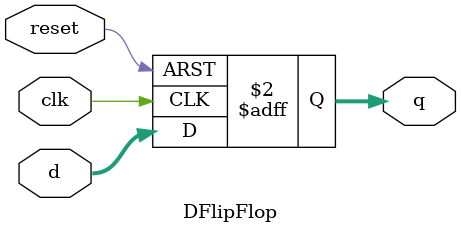
<source format=v>
module DFlipFlop(d,clk,reset,q);

	input [35:0] d;
	input clk, reset;
	output reg [35:0] q;

	always @(posedge clk or posedge reset)
	begin
		if(reset)
 			q <= 36'd0;
		else
			q <= d;
	end
	
endmodule

</source>
